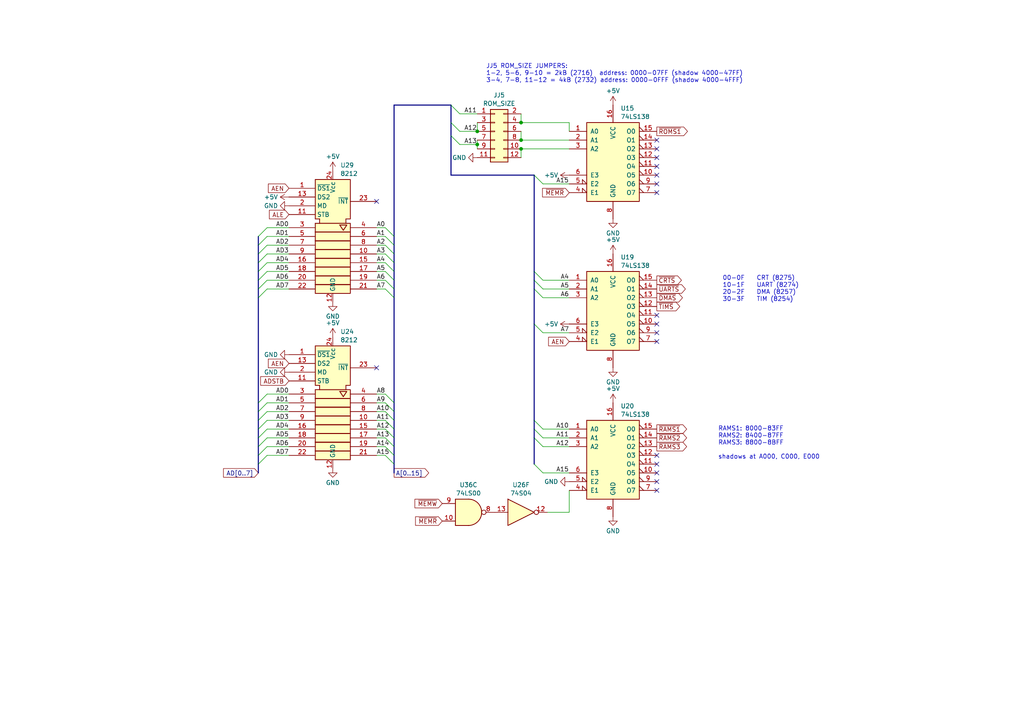
<source format=kicad_sch>
(kicad_sch (version 20230121) (generator eeschema)
  (paper "A4")
  (title_block (title "Iskra Delta Partner Video (text) 30 797 044") (date "2023-08-17") (rev "1") (company "Jernej Jakob <jernej.jakob@gmail.com>") (comment 1 "reverse engineered by hand"))
  (lib_symbols
    (symbol "74xx:74LS00" (pin_names (offset 1.016))
      (property "Reference" "U" (at 0 1.27 0))
      (property "Value" "74LS00" (at 0 -1.27 0))
      (symbol "74LS00_1_1"
        (arc (start 0 -3.81) (mid 3.7934 0) (end 0 3.81) (stroke (width 0.254)) (fill (type background)))
        (polyline (pts (xy 0 3.81) (xy -3.81 3.81) (xy -3.81 -3.81) (xy 0 -3.81)) (stroke (width 0.254)) (fill (type background)))
        (pin input line (at -7.62 2.54 0) (length 3.81) (name "~") (number "1"))
        (pin input line (at -7.62 -2.54 0) (length 3.81) (name "~") (number "2"))
        (pin output inverted (at 7.62 0 180) (length 3.81) (name "~") (number "3"))
      )
      (symbol "74LS00_1_2"
        (arc (start -3.81 -3.81) (mid -2.589 0) (end -3.81 3.81) (stroke (width 0.254)))
        (arc (start -0.6096 -3.81) (mid 2.1842 -2.5851) (end 3.81 0) (stroke (width 0.254)) (fill (type background)))
        (polyline (pts (xy -3.81 -3.81) (xy -0.635 -3.81)) (stroke (width 0.254)) (fill (type background)))
        (polyline (pts (xy -3.81 3.81) (xy -0.635 3.81)) (stroke (width 0.254)) (fill (type background)))
        (polyline (pts (xy -0.635 3.81) (xy -3.81 3.81) (xy -3.81 3.81) (xy -3.556 3.4036) (xy -3.0226 2.2606) (xy -2.6924 1.0414) (xy -2.6162 -0.254) (xy -2.7686 -1.4986) (xy -3.175 -2.7178) (xy -3.81 -3.81) (xy -3.81 -3.81) (xy -0.635 -3.81)) (stroke (width -25.4)) (fill (type background)))
        (arc (start 3.81 0) (mid 2.1915 2.5936) (end -0.6096 3.81) (stroke (width 0.254)) (fill (type background)))
        (pin input inverted (at -7.62 2.54 0) (length 4.318) (name "~") (number "1"))
        (pin input inverted (at -7.62 -2.54 0) (length 4.318) (name "~") (number "2"))
        (pin output line (at 7.62 0 180) (length 3.81) (name "~") (number "3"))
      )
      (symbol "74LS00_2_1"
        (arc (start 0 -3.81) (mid 3.7934 0) (end 0 3.81) (stroke (width 0.254)) (fill (type background)))
        (polyline (pts (xy 0 3.81) (xy -3.81 3.81) (xy -3.81 -3.81) (xy 0 -3.81)) (stroke (width 0.254)) (fill (type background)))
        (pin input line (at -7.62 2.54 0) (length 3.81) (name "~") (number "4"))
        (pin input line (at -7.62 -2.54 0) (length 3.81) (name "~") (number "5"))
        (pin output inverted (at 7.62 0 180) (length 3.81) (name "~") (number "6"))
      )
      (symbol "74LS00_2_2"
        (arc (start -3.81 -3.81) (mid -2.589 0) (end -3.81 3.81) (stroke (width 0.254)))
        (arc (start -0.6096 -3.81) (mid 2.1842 -2.5851) (end 3.81 0) (stroke (width 0.254)) (fill (type background)))
        (polyline (pts (xy -3.81 -3.81) (xy -0.635 -3.81)) (stroke (width 0.254)) (fill (type background)))
        (polyline (pts (xy -3.81 3.81) (xy -0.635 3.81)) (stroke (width 0.254)) (fill (type background)))
        (polyline (pts (xy -0.635 3.81) (xy -3.81 3.81) (xy -3.81 3.81) (xy -3.556 3.4036) (xy -3.0226 2.2606) (xy -2.6924 1.0414) (xy -2.6162 -0.254) (xy -2.7686 -1.4986) (xy -3.175 -2.7178) (xy -3.81 -3.81) (xy -3.81 -3.81) (xy -0.635 -3.81)) (stroke (width -25.4)) (fill (type background)))
        (arc (start 3.81 0) (mid 2.1915 2.5936) (end -0.6096 3.81) (stroke (width 0.254)) (fill (type background)))
        (pin input inverted (at -7.62 2.54 0) (length 4.318) (name "~") (number "4"))
        (pin input inverted (at -7.62 -2.54 0) (length 4.318) (name "~") (number "5"))
        (pin output line (at 7.62 0 180) (length 3.81) (name "~") (number "6"))
      )
      (symbol "74LS00_3_1"
        (arc (start 0 -3.81) (mid 3.7934 0) (end 0 3.81) (stroke (width 0.254)) (fill (type background)))
        (polyline (pts (xy 0 3.81) (xy -3.81 3.81) (xy -3.81 -3.81) (xy 0 -3.81)) (stroke (width 0.254)) (fill (type background)))
        (pin input line (at -7.62 -2.54 0) (length 3.81) (name "~") (number "10"))
        (pin output inverted (at 7.62 0 180) (length 3.81) (name "~") (number "8"))
        (pin input line (at -7.62 2.54 0) (length 3.81) (name "~") (number "9"))
      )
      (symbol "74LS00_3_2"
        (arc (start -3.81 -3.81) (mid -2.589 0) (end -3.81 3.81) (stroke (width 0.254)))
        (arc (start -0.6096 -3.81) (mid 2.1842 -2.5851) (end 3.81 0) (stroke (width 0.254)) (fill (type background)))
        (polyline (pts (xy -3.81 -3.81) (xy -0.635 -3.81)) (stroke (width 0.254)) (fill (type background)))
        (polyline (pts (xy -3.81 3.81) (xy -0.635 3.81)) (stroke (width 0.254)) (fill (type background)))
        (polyline (pts (xy -0.635 3.81) (xy -3.81 3.81) (xy -3.81 3.81) (xy -3.556 3.4036) (xy -3.0226 2.2606) (xy -2.6924 1.0414) (xy -2.6162 -0.254) (xy -2.7686 -1.4986) (xy -3.175 -2.7178) (xy -3.81 -3.81) (xy -3.81 -3.81) (xy -0.635 -3.81)) (stroke (width -25.4)) (fill (type background)))
        (arc (start 3.81 0) (mid 2.1915 2.5936) (end -0.6096 3.81) (stroke (width 0.254)) (fill (type background)))
        (pin input inverted (at -7.62 -2.54 0) (length 4.318) (name "~") (number "10"))
        (pin output line (at 7.62 0 180) (length 3.81) (name "~") (number "8"))
        (pin input inverted (at -7.62 2.54 0) (length 4.318) (name "~") (number "9"))
      )
      (symbol "74LS00_4_1"
        (arc (start 0 -3.81) (mid 3.7934 0) (end 0 3.81) (stroke (width 0.254)) (fill (type background)))
        (polyline (pts (xy 0 3.81) (xy -3.81 3.81) (xy -3.81 -3.81) (xy 0 -3.81)) (stroke (width 0.254)) (fill (type background)))
        (pin output inverted (at 7.62 0 180) (length 3.81) (name "~") (number "11"))
        (pin input line (at -7.62 2.54 0) (length 3.81) (name "~") (number "12"))
        (pin input line (at -7.62 -2.54 0) (length 3.81) (name "~") (number "13"))
      )
      (symbol "74LS00_4_2"
        (arc (start -3.81 -3.81) (mid -2.589 0) (end -3.81 3.81) (stroke (width 0.254)))
        (arc (start -0.6096 -3.81) (mid 2.1842 -2.5851) (end 3.81 0) (stroke (width 0.254)) (fill (type background)))
        (polyline (pts (xy -3.81 -3.81) (xy -0.635 -3.81)) (stroke (width 0.254)) (fill (type background)))
        (polyline (pts (xy -3.81 3.81) (xy -0.635 3.81)) (stroke (width 0.254)) (fill (type background)))
        (polyline (pts (xy -0.635 3.81) (xy -3.81 3.81) (xy -3.81 3.81) (xy -3.556 3.4036) (xy -3.0226 2.2606) (xy -2.6924 1.0414) (xy -2.6162 -0.254) (xy -2.7686 -1.4986) (xy -3.175 -2.7178) (xy -3.81 -3.81) (xy -3.81 -3.81) (xy -0.635 -3.81)) (stroke (width -25.4)) (fill (type background)))
        (arc (start 3.81 0) (mid 2.1915 2.5936) (end -0.6096 3.81) (stroke (width 0.254)) (fill (type background)))
        (pin output line (at 7.62 0 180) (length 3.81) (name "~") (number "11"))
        (pin input inverted (at -7.62 2.54 0) (length 4.318) (name "~") (number "12"))
        (pin input inverted (at -7.62 -2.54 0) (length 4.318) (name "~") (number "13"))
      )
      (symbol "74LS00_5_0"
        (pin power_in line (at 0 12.7 270) (length 5.08) (name "VCC") (number "14"))
        (pin power_in line (at 0 -12.7 90) (length 5.08) (name "GND") (number "7"))
      )
      (symbol "74LS00_5_1"
        (rectangle (start -5.08 7.62) (end 5.08 -7.62) (stroke (width 0.254)) (fill (type background)))
      )
    )
    (symbol "74xx:74LS04"
      (property "Reference" "U" (at 0 1.27 0))
      (property "Value" "74LS04" (at 0 -1.27 0))
      (symbol "74LS04_1_0"
        (polyline (pts (xy -3.81 3.81) (xy -3.81 -3.81) (xy 3.81 0) (xy -3.81 3.81)) (stroke (width 0.254)) (fill (type background)))
        (pin input line (at -7.62 0 0) (length 3.81) (name "~") (number "1"))
        (pin output inverted (at 7.62 0 180) (length 3.81) (name "~") (number "2"))
      )
      (symbol "74LS04_2_0"
        (polyline (pts (xy -3.81 3.81) (xy -3.81 -3.81) (xy 3.81 0) (xy -3.81 3.81)) (stroke (width 0.254)) (fill (type background)))
        (pin input line (at -7.62 0 0) (length 3.81) (name "~") (number "3"))
        (pin output inverted (at 7.62 0 180) (length 3.81) (name "~") (number "4"))
      )
      (symbol "74LS04_3_0"
        (polyline (pts (xy -3.81 3.81) (xy -3.81 -3.81) (xy 3.81 0) (xy -3.81 3.81)) (stroke (width 0.254)) (fill (type background)))
        (pin input line (at -7.62 0 0) (length 3.81) (name "~") (number "5"))
        (pin output inverted (at 7.62 0 180) (length 3.81) (name "~") (number "6"))
      )
      (symbol "74LS04_4_0"
        (polyline (pts (xy -3.81 3.81) (xy -3.81 -3.81) (xy 3.81 0) (xy -3.81 3.81)) (stroke (width 0.254)) (fill (type background)))
        (pin output inverted (at 7.62 0 180) (length 3.81) (name "~") (number "8"))
        (pin input line (at -7.62 0 0) (length 3.81) (name "~") (number "9"))
      )
      (symbol "74LS04_5_0"
        (polyline (pts (xy -3.81 3.81) (xy -3.81 -3.81) (xy 3.81 0) (xy -3.81 3.81)) (stroke (width 0.254)) (fill (type background)))
        (pin output inverted (at 7.62 0 180) (length 3.81) (name "~") (number "10"))
        (pin input line (at -7.62 0 0) (length 3.81) (name "~") (number "11"))
      )
      (symbol "74LS04_6_0"
        (polyline (pts (xy -3.81 3.81) (xy -3.81 -3.81) (xy 3.81 0) (xy -3.81 3.81)) (stroke (width 0.254)) (fill (type background)))
        (pin output inverted (at 7.62 0 180) (length 3.81) (name "~") (number "12"))
        (pin input line (at -7.62 0 0) (length 3.81) (name "~") (number "13"))
      )
      (symbol "74LS04_7_0"
        (pin power_in line (at 0 12.7 270) (length 5.08) (name "VCC") (number "14"))
        (pin power_in line (at 0 -12.7 90) (length 5.08) (name "GND") (number "7"))
      )
      (symbol "74LS04_7_1"
        (rectangle (start -5.08 7.62) (end 5.08 -7.62) (stroke (width 0.254)) (fill (type background)))
      )
    )
    (symbol "74xx:74LS138" (pin_names (offset 1.016))
      (property "Reference" "U" (at -7.62 11.43 0))
      (property "Value" "74LS138" (at -7.62 -13.97 0))
      (symbol "74LS138_1_0"
        (pin input line (at -12.7 7.62 0) (length 5.08) (name "A0") (number "1"))
        (pin output output_low (at 12.7 -5.08 180) (length 5.08) (name "O5") (number "10"))
        (pin output output_low (at 12.7 -2.54 180) (length 5.08) (name "O4") (number "11"))
        (pin output output_low (at 12.7 0 180) (length 5.08) (name "O3") (number "12"))
        (pin output output_low (at 12.7 2.54 180) (length 5.08) (name "O2") (number "13"))
        (pin output output_low (at 12.7 5.08 180) (length 5.08) (name "O1") (number "14"))
        (pin output output_low (at 12.7 7.62 180) (length 5.08) (name "O0") (number "15"))
        (pin power_in line (at 0 15.24 270) (length 5.08) (name "VCC") (number "16"))
        (pin input line (at -12.7 5.08 0) (length 5.08) (name "A1") (number "2"))
        (pin input line (at -12.7 2.54 0) (length 5.08) (name "A2") (number "3"))
        (pin input input_low (at -12.7 -10.16 0) (length 5.08) (name "E1") (number "4"))
        (pin input input_low (at -12.7 -7.62 0) (length 5.08) (name "E2") (number "5"))
        (pin input line (at -12.7 -5.08 0) (length 5.08) (name "E3") (number "6"))
        (pin output output_low (at 12.7 -10.16 180) (length 5.08) (name "O7") (number "7"))
        (pin power_in line (at 0 -17.78 90) (length 5.08) (name "GND") (number "8"))
        (pin output output_low (at 12.7 -7.62 180) (length 5.08) (name "O6") (number "9"))
      )
      (symbol "74LS138_1_1"
        (rectangle (start -7.62 10.16) (end 7.62 -12.7) (stroke (width 0.254)) (fill (type background)))
      )
    )
    (symbol "8085:8212"
      (property "Reference" "U" (at 6.35 19.05 0))
      (property "Value" "8212" (at 8.89 -16.51 0))
      (symbol "8212_0_1"
        (rectangle (start -5.08 -12.7) (end 5.08 -15.24) (stroke (width 0.254)) (fill (type background)))
        (rectangle (start -5.08 -10.16) (end 5.08 -12.7) (stroke (width 0.254)) (fill (type background)))
        (rectangle (start -5.08 -7.62) (end 5.08 -10.16) (stroke (width 0.254)) (fill (type background)))
        (rectangle (start -5.08 -5.08) (end 5.08 -7.62) (stroke (width 0.254)) (fill (type background)))
        (rectangle (start -5.08 -2.54) (end 5.08 -5.08) (stroke (width 0.254)) (fill (type background)))
        (rectangle (start -5.08 0) (end 5.08 -2.54) (stroke (width 0.254)) (fill (type background)))
        (rectangle (start -5.08 2.54) (end 5.08 0) (stroke (width 0.254)) (fill (type background)))
        (rectangle (start -5.08 5.08) (end 5.08 2.54) (stroke (width 0.254)) (fill (type background)))
        (polyline (pts (xy 2.032 4.572) (xy 4.064 4.572) (xy 3.048 3.048) (xy 2.032 4.572) (xy 2.032 4.572)) (stroke (width 0.254)) (fill (type background)))
        (polyline (pts (xy -3.81 5.08) (xy -3.81 6.35) (xy -5.08 6.35) (xy -5.08 17.78) (xy 5.08 17.78) (xy 5.08 6.35) (xy 3.81 6.35) (xy 3.81 5.08) (xy 3.81 5.08)) (stroke (width 0.254)) (fill (type background)))
      )
      (symbol "8212_1_0"
        (pin input line (at -12.7 15.24 0) (length 7.62) (name "~{DS1}") (number "1"))
        (pin tri_state line (at 12.7 -3.81 180) (length 7.62) (name "~") (number "10"))
        (pin input line (at -12.7 7.62 0) (length 7.62) (name "STB") (number "11"))
        (pin power_in line (at 0 -17.78 90) (length 2.54) (name "GND") (number "12"))
        (pin input line (at -12.7 12.7 0) (length 7.62) (name "DS2") (number "13"))
        (pin tri_state line (at 12.7 -6.35 180) (length 7.62) (name "~") (number "15"))
        (pin input line (at -12.7 -6.35 0) (length 7.62) (name "~") (number "16"))
        (pin tri_state line (at 12.7 -8.89 180) (length 7.62) (name "~") (number "17"))
        (pin input line (at -12.7 -8.89 0) (length 7.62) (name "~") (number "18"))
        (pin tri_state line (at 12.7 -11.43 180) (length 7.62) (name "~") (number "19"))
        (pin input line (at -12.7 10.16 0) (length 7.62) (name "MD") (number "2"))
        (pin input line (at -12.7 -11.43 0) (length 7.62) (name "~") (number "20"))
        (pin tri_state line (at 12.7 -13.97 180) (length 7.62) (name "~") (number "21"))
        (pin input line (at -12.7 -13.97 0) (length 7.62) (name "~") (number "22"))
        (pin output line (at 12.7 11.43 180) (length 7.62) (name "~{INT}") (number "23"))
        (pin power_in line (at 0 20.32 270) (length 2.54) (name "Vcc") (number "24"))
        (pin input line (at -12.7 3.81 0) (length 7.62) (name "~") (number "3"))
        (pin tri_state line (at 12.7 3.81 180) (length 7.62) (name "~") (number "4"))
        (pin input line (at -12.7 1.27 0) (length 7.62) (name "~") (number "5"))
        (pin tri_state line (at 12.7 1.27 180) (length 7.62) (name "~") (number "6"))
        (pin input line (at -12.7 -1.27 0) (length 7.62) (name "~") (number "7"))
        (pin tri_state line (at 12.7 -1.27 180) (length 7.62) (name "~") (number "8"))
        (pin input line (at -12.7 -3.81 0) (length 7.62) (name "~") (number "9"))
      )
    )
    (symbol "8212_1"
      (property "Reference" "U" (at 6.35 19.05 0))
      (property "Value" "8212" (at 8.89 -16.51 0))
      (symbol "8212_1_0_1"
        (rectangle (start -5.08 -12.7) (end 5.08 -15.24) (stroke (width 0.254)) (fill (type background)))
        (rectangle (start -5.08 -10.16) (end 5.08 -12.7) (stroke (width 0.254)) (fill (type background)))
        (rectangle (start -5.08 -7.62) (end 5.08 -10.16) (stroke (width 0.254)) (fill (type background)))
        (rectangle (start -5.08 -5.08) (end 5.08 -7.62) (stroke (width 0.254)) (fill (type background)))
        (rectangle (start -5.08 -2.54) (end 5.08 -5.08) (stroke (width 0.254)) (fill (type background)))
        (rectangle (start -5.08 0) (end 5.08 -2.54) (stroke (width 0.254)) (fill (type background)))
        (rectangle (start -5.08 2.54) (end 5.08 0) (stroke (width 0.254)) (fill (type background)))
        (rectangle (start -5.08 5.08) (end 5.08 2.54) (stroke (width 0.254)) (fill (type background)))
        (polyline (pts (xy 2.032 4.572) (xy 4.064 4.572) (xy 3.048 3.048) (xy 2.032 4.572) (xy 2.032 4.572)) (stroke (width 0.254)) (fill (type background)))
        (polyline (pts (xy -3.81 5.08) (xy -3.81 6.35) (xy -5.08 6.35) (xy -5.08 17.78) (xy 5.08 17.78) (xy 5.08 6.35) (xy 3.81 6.35) (xy 3.81 5.08) (xy 3.81 5.08)) (stroke (width 0.254)) (fill (type background)))
      )
      (symbol "8212_1_1_0"
        (pin input line (at -12.7 15.24 0) (length 7.62) (name "~{DS1}") (number "1"))
        (pin tri_state line (at 12.7 -3.81 180) (length 7.62) (name "~") (number "10"))
        (pin input line (at -12.7 7.62 0) (length 7.62) (name "STB") (number "11"))
        (pin power_in line (at 0 -17.78 90) (length 2.54) (name "GND") (number "12"))
        (pin input line (at -12.7 12.7 0) (length 7.62) (name "DS2") (number "13"))
        (pin tri_state line (at 12.7 -6.35 180) (length 7.62) (name "~") (number "15"))
        (pin input line (at -12.7 -6.35 0) (length 7.62) (name "~") (number "16"))
        (pin tri_state line (at 12.7 -8.89 180) (length 7.62) (name "~") (number "17"))
        (pin input line (at -12.7 -8.89 0) (length 7.62) (name "~") (number "18"))
        (pin tri_state line (at 12.7 -11.43 180) (length 7.62) (name "~") (number "19"))
        (pin input line (at -12.7 10.16 0) (length 7.62) (name "MD") (number "2"))
        (pin input line (at -12.7 -11.43 0) (length 7.62) (name "~") (number "20"))
        (pin tri_state line (at 12.7 -13.97 180) (length 7.62) (name "~") (number "21"))
        (pin input line (at -12.7 -13.97 0) (length 7.62) (name "~") (number "22"))
        (pin output line (at 12.7 11.43 180) (length 7.62) (name "~{INT}") (number "23"))
        (pin power_in line (at 0 20.32 270) (length 2.54) (name "Vcc") (number "24"))
        (pin input line (at -12.7 3.81 0) (length 7.62) (name "~") (number "3"))
        (pin tri_state line (at 12.7 3.81 180) (length 7.62) (name "~") (number "4"))
        (pin input line (at -12.7 1.27 0) (length 7.62) (name "~") (number "5"))
        (pin tri_state line (at 12.7 1.27 180) (length 7.62) (name "~") (number "6"))
        (pin input line (at -12.7 -1.27 0) (length 7.62) (name "~") (number "7"))
        (pin tri_state line (at 12.7 -1.27 180) (length 7.62) (name "~") (number "8"))
        (pin input line (at -12.7 -3.81 0) (length 7.62) (name "~") (number "9"))
      )
    )
    (symbol "Connector_Generic:Conn_02x06_Odd_Even" (pin_names (offset 1.016) hide)
      (property "Reference" "J" (at 1.27 7.62 0))
      (property "Value" "Conn_02x06_Odd_Even" (at 1.27 -10.16 0))
      (symbol "Conn_02x06_Odd_Even_1_1"
        (rectangle (start -1.27 -7.493) (end 0 -7.747) (stroke (width 0.1524)))
        (rectangle (start -1.27 -4.953) (end 0 -5.207) (stroke (width 0.1524)))
        (rectangle (start -1.27 -2.413) (end 0 -2.667) (stroke (width 0.1524)))
        (rectangle (start -1.27 0.127) (end 0 -0.127) (stroke (width 0.1524)))
        (rectangle (start -1.27 2.667) (end 0 2.413) (stroke (width 0.1524)))
        (rectangle (start -1.27 5.207) (end 0 4.953) (stroke (width 0.1524)))
        (rectangle (start -1.27 6.35) (end 3.81 -8.89) (stroke (width 0.254)) (fill (type background)))
        (rectangle (start 3.81 -7.493) (end 2.54 -7.747) (stroke (width 0.1524)))
        (rectangle (start 3.81 -4.953) (end 2.54 -5.207) (stroke (width 0.1524)))
        (rectangle (start 3.81 -2.413) (end 2.54 -2.667) (stroke (width 0.1524)))
        (rectangle (start 3.81 0.127) (end 2.54 -0.127) (stroke (width 0.1524)))
        (rectangle (start 3.81 2.667) (end 2.54 2.413) (stroke (width 0.1524)))
        (rectangle (start 3.81 5.207) (end 2.54 4.953) (stroke (width 0.1524)))
        (pin passive line (at -5.08 5.08 0) (length 3.81) (name "Pin_1") (number "1"))
        (pin passive line (at 7.62 -5.08 180) (length 3.81) (name "Pin_10") (number "10"))
        (pin passive line (at -5.08 -7.62 0) (length 3.81) (name "Pin_11") (number "11"))
        (pin passive line (at 7.62 -7.62 180) (length 3.81) (name "Pin_12") (number "12"))
        (pin passive line (at 7.62 5.08 180) (length 3.81) (name "Pin_2") (number "2"))
        (pin passive line (at -5.08 2.54 0) (length 3.81) (name "Pin_3") (number "3"))
        (pin passive line (at 7.62 2.54 180) (length 3.81) (name "Pin_4") (number "4"))
        (pin passive line (at -5.08 0 0) (length 3.81) (name "Pin_5") (number "5"))
        (pin passive line (at 7.62 0 180) (length 3.81) (name "Pin_6") (number "6"))
        (pin passive line (at -5.08 -2.54 0) (length 3.81) (name "Pin_7") (number "7"))
        (pin passive line (at 7.62 -2.54 180) (length 3.81) (name "Pin_8") (number "8"))
        (pin passive line (at -5.08 -5.08 0) (length 3.81) (name "Pin_9") (number "9"))
      )
    )
    (symbol "power:+5V" (power) (pin_names (offset 0))
      (property "Value" "+5V" (at 0 3.556 0))
      (symbol "+5V_0_1"
        (polyline (pts (xy -0.762 1.27) (xy 0 2.54)))
        (polyline (pts (xy 0 0) (xy 0 2.54)))
        (polyline (pts (xy 0 2.54) (xy 0.762 1.27)))
      )
      (symbol "+5V_1_1"
        (pin power_in line (at 0 0 90) (length 0) hide (name "+5V") (number "1"))
      )
    )
    (symbol "power:GND" (power) (pin_names (offset 0))
      (property "Value" "GND" (at 0 -3.81 0))
      (symbol "GND_0_1"
        (polyline (pts (xy 0 0) (xy 0 -1.27) (xy 1.27 -1.27) (xy 0 -2.54) (xy -1.27 -1.27) (xy 0 -1.27)))
      )
      (symbol "GND_1_1"
        (pin power_in line (at 0 0 270) (length 0) hide (name "GND") (number "1"))
      )
    )
  )
  (junction (at 151.13 43.18))
  (junction (at 138.43 38.1))
  (junction (at 151.13 40.64))
  (junction (at 138.43 41.91))
  (junction (at 151.13 35.56))
  (no_connect (at 109.22 58.42))
  (no_connect (at 190.5 93.98))
  (no_connect (at 190.5 91.44))
  (no_connect (at 190.5 55.88))
  (no_connect (at 190.5 40.64))
  (no_connect (at 190.5 137.16))
  (no_connect (at 190.5 53.34))
  (no_connect (at 190.5 132.08))
  (no_connect (at 190.5 99.06))
  (no_connect (at 190.5 139.7))
  (no_connect (at 190.5 96.52))
  (no_connect (at 190.5 50.8))
  (no_connect (at 190.5 134.62))
  (no_connect (at 190.5 48.26))
  (no_connect (at 190.5 43.18))
  (no_connect (at 190.5 142.24))
  (no_connect (at 109.22 106.68))
  (no_connect (at 190.5 45.72))
  (bus_entry (at 154.94 78.74) (size 2.54 2.54))
  (bus_entry (at 77.47 71.12) (size -2.54 2.54))
  (bus_entry (at 111.76 124.46) (size 2.54 2.54))
  (bus_entry (at 111.76 66.04) (size 2.54 2.54))
  (bus_entry (at 77.47 132.08) (size -2.54 2.54))
  (bus_entry (at 77.47 76.2) (size -2.54 2.54))
  (bus_entry (at 77.47 73.66) (size -2.54 2.54))
  (bus_entry (at 77.47 121.92) (size -2.54 2.54))
  (bus_entry (at 77.47 81.28) (size -2.54 2.54))
  (bus_entry (at 77.47 83.82) (size -2.54 2.54))
  (bus_entry (at 77.47 127) (size -2.54 2.54))
  (bus_entry (at 154.94 121.92) (size 2.54 2.54))
  (bus_entry (at 77.47 119.38) (size -2.54 2.54))
  (bus_entry (at 111.76 71.12) (size 2.54 2.54))
  (bus_entry (at 111.76 116.84) (size 2.54 2.54))
  (bus_entry (at 111.76 76.2) (size 2.54 2.54))
  (bus_entry (at 77.47 68.58) (size -2.54 2.54))
  (bus_entry (at 111.76 114.3) (size 2.54 2.54))
  (bus_entry (at 77.47 66.04) (size -2.54 2.54))
  (bus_entry (at 111.76 127) (size 2.54 2.54))
  (bus_entry (at 77.47 116.84) (size -2.54 2.54))
  (bus_entry (at 130.81 39.37) (size 2.54 2.54))
  (bus_entry (at 154.94 81.28) (size 2.54 2.54))
  (bus_entry (at 111.76 78.74) (size 2.54 2.54))
  (bus_entry (at 154.94 93.98) (size 2.54 2.54))
  (bus_entry (at 77.47 129.54) (size -2.54 2.54))
  (bus_entry (at 111.76 121.92) (size 2.54 2.54))
  (bus_entry (at 130.81 35.56) (size 2.54 2.54))
  (bus_entry (at 111.76 119.38) (size 2.54 2.54))
  (bus_entry (at 154.94 127) (size 2.54 2.54))
  (bus_entry (at 154.94 83.82) (size 2.54 2.54))
  (bus_entry (at 154.94 50.8) (size 2.54 2.54))
  (bus_entry (at 111.76 73.66) (size 2.54 2.54))
  (bus_entry (at 111.76 68.58) (size 2.54 2.54))
  (bus_entry (at 111.76 83.82) (size 2.54 2.54))
  (bus_entry (at 154.94 124.46) (size 2.54 2.54))
  (bus_entry (at 111.76 132.08) (size 2.54 2.54))
  (bus_entry (at 77.47 114.3) (size -2.54 2.54))
  (bus_entry (at 130.81 30.48) (size 2.54 2.54))
  (bus_entry (at 77.47 124.46) (size -2.54 2.54))
  (bus_entry (at 111.76 81.28) (size 2.54 2.54))
  (bus_entry (at 154.94 134.62) (size 2.54 2.54))
  (bus_entry (at 111.76 129.54) (size 2.54 2.54))
  (bus_entry (at 77.47 78.74) (size -2.54 2.54))
  (bus (pts (xy 114.3 124.46) (xy 114.3 127)))
  (bus (pts (xy 74.93 124.46) (xy 74.93 127)))
  (wire (pts (xy 109.22 116.84) (xy 111.76 116.84)))
  (wire (pts (xy 151.13 33.02) (xy 151.13 35.56)))
  (bus (pts (xy 154.94 124.46) (xy 154.94 127)))
  (wire (pts (xy 109.22 76.2) (xy 111.76 76.2)))
  (wire (pts (xy 77.47 121.92) (xy 83.82 121.92)))
  (wire (pts (xy 109.22 132.08) (xy 111.76 132.08)))
  (wire (pts (xy 165.1 35.56) (xy 165.1 38.1)))
  (wire (pts (xy 133.35 33.02) (xy 138.43 33.02)))
  (bus (pts (xy 154.94 127) (xy 154.94 134.62)))
  (wire (pts (xy 77.47 68.58) (xy 83.82 68.58)))
  (wire (pts (xy 77.47 129.54) (xy 83.82 129.54)))
  (bus (pts (xy 74.93 86.36) (xy 74.93 116.84)))
  (wire (pts (xy 109.22 71.12) (xy 111.76 71.12)))
  (bus (pts (xy 74.93 73.66) (xy 74.93 76.2)))
  (wire (pts (xy 157.48 53.34) (xy 165.1 53.34)))
  (wire (pts (xy 77.47 78.74) (xy 83.82 78.74)))
  (wire (pts (xy 133.35 41.91) (xy 138.43 41.91)))
  (wire (pts (xy 109.22 73.66) (xy 111.76 73.66)))
  (bus (pts (xy 114.3 132.08) (xy 114.3 134.62)))
  (wire (pts (xy 151.13 38.1) (xy 151.13 40.64)))
  (wire (pts (xy 109.22 124.46) (xy 111.76 124.46)))
  (bus (pts (xy 154.94 83.82) (xy 154.94 93.98)))
  (wire (pts (xy 77.47 73.66) (xy 83.82 73.66)))
  (bus (pts (xy 154.94 121.92) (xy 154.94 124.46)))
  (wire (pts (xy 77.47 71.12) (xy 83.82 71.12)))
  (bus (pts (xy 114.3 68.58) (xy 114.3 30.48)))
  (wire (pts (xy 157.48 127) (xy 165.1 127)))
  (bus (pts (xy 74.93 76.2) (xy 74.93 78.74)))
  (wire (pts (xy 109.22 83.82) (xy 111.76 83.82)))
  (wire (pts (xy 151.13 40.64) (xy 165.1 40.64)))
  (bus (pts (xy 74.93 132.08) (xy 74.93 134.62)))
  (wire (pts (xy 77.47 119.38) (xy 83.82 119.38)))
  (wire (pts (xy 77.47 127) (xy 83.82 127)))
  (wire (pts (xy 77.47 76.2) (xy 83.82 76.2)))
  (wire (pts (xy 133.35 38.1) (xy 138.43 38.1)))
  (bus (pts (xy 114.3 71.12) (xy 114.3 73.66)))
  (bus (pts (xy 74.93 119.38) (xy 74.93 121.92)))
  (wire (pts (xy 157.48 137.16) (xy 165.1 137.16)))
  (bus (pts (xy 74.93 129.54) (xy 74.93 132.08)))
  (bus (pts (xy 74.93 71.12) (xy 74.93 73.66)))
  (wire (pts (xy 157.48 124.46) (xy 165.1 124.46)))
  (wire (pts (xy 109.22 127) (xy 111.76 127)))
  (bus (pts (xy 74.93 83.82) (xy 74.93 86.36)))
  (wire (pts (xy 157.48 83.82) (xy 165.1 83.82)))
  (bus (pts (xy 114.3 78.74) (xy 114.3 81.28)))
  (wire (pts (xy 151.13 43.18) (xy 151.13 45.72)))
  (bus (pts (xy 114.3 86.36) (xy 114.3 116.84)))
  (bus (pts (xy 114.3 83.82) (xy 114.3 86.36)))
  (bus (pts (xy 114.3 119.38) (xy 114.3 121.92)))
  (wire (pts (xy 77.47 114.3) (xy 83.82 114.3)))
  (wire (pts (xy 109.22 66.04) (xy 111.76 66.04)))
  (wire (pts (xy 77.47 81.28) (xy 83.82 81.28)))
  (wire (pts (xy 158.75 148.59) (xy 165.1 148.59)))
  (bus (pts (xy 130.81 50.8) (xy 154.94 50.8)))
  (bus (pts (xy 154.94 81.28) (xy 154.94 83.82)))
  (bus (pts (xy 74.93 78.74) (xy 74.93 81.28)))
  (wire (pts (xy 157.48 81.28) (xy 165.1 81.28)))
  (wire (pts (xy 77.47 116.84) (xy 83.82 116.84)))
  (bus (pts (xy 74.93 121.92) (xy 74.93 124.46)))
  (bus (pts (xy 74.93 81.28) (xy 74.93 83.82)))
  (bus (pts (xy 114.3 127) (xy 114.3 129.54)))
  (wire (pts (xy 138.43 35.56) (xy 138.43 38.1)))
  (wire (pts (xy 109.22 121.92) (xy 111.76 121.92)))
  (bus (pts (xy 74.93 127) (xy 74.93 129.54)))
  (bus (pts (xy 154.94 93.98) (xy 154.94 121.92)))
  (wire (pts (xy 77.47 66.04) (xy 83.82 66.04)))
  (bus (pts (xy 130.81 30.48) (xy 130.81 35.56)))
  (wire (pts (xy 151.13 35.56) (xy 165.1 35.56)))
  (bus (pts (xy 114.3 76.2) (xy 114.3 78.74)))
  (bus (pts (xy 114.3 68.58) (xy 114.3 71.12)))
  (wire (pts (xy 109.22 129.54) (xy 111.76 129.54)))
  (wire (pts (xy 138.43 40.64) (xy 138.43 41.91)))
  (bus (pts (xy 154.94 50.8) (xy 154.94 78.74)))
  (bus (pts (xy 74.93 68.58) (xy 74.93 71.12)))
  (bus (pts (xy 74.93 134.62) (xy 74.93 137.16)))
  (bus (pts (xy 114.3 129.54) (xy 114.3 132.08)))
  (bus (pts (xy 130.81 35.56) (xy 130.81 39.37)))
  (bus (pts (xy 130.81 39.37) (xy 130.81 50.8)))
  (bus (pts (xy 114.3 81.28) (xy 114.3 83.82)))
  (bus (pts (xy 114.3 121.92) (xy 114.3 124.46)))
  (wire (pts (xy 157.48 96.52) (xy 165.1 96.52)))
  (wire (pts (xy 77.47 124.46) (xy 83.82 124.46)))
  (wire (pts (xy 77.47 83.82) (xy 83.82 83.82)))
  (wire (pts (xy 109.22 78.74) (xy 111.76 78.74)))
  (wire (pts (xy 109.22 119.38) (xy 111.76 119.38)))
  (bus (pts (xy 114.3 30.48) (xy 130.81 30.48)))
  (bus (pts (xy 74.93 116.84) (xy 74.93 119.38)))
  (bus (pts (xy 114.3 116.84) (xy 114.3 119.38)))
  (wire (pts (xy 109.22 81.28) (xy 111.76 81.28)))
  (wire (pts (xy 157.48 129.54) (xy 165.1 129.54)))
  (wire (pts (xy 77.47 132.08) (xy 83.82 132.08)))
  (wire (pts (xy 109.22 68.58) (xy 111.76 68.58)))
  (bus (pts (xy 114.3 134.62) (xy 114.3 137.16)))
  (wire (pts (xy 157.48 86.36) (xy 165.1 86.36)))
  (wire (pts (xy 138.43 41.91) (xy 138.43 43.18)))
  (wire (pts (xy 109.22 114.3) (xy 111.76 114.3)))
  (wire (pts (xy 165.1 148.59) (xy 165.1 142.24)))
  (wire (pts (xy 151.13 43.18) (xy 165.1 43.18)))
  (bus (pts (xy 154.94 78.74) (xy 154.94 81.28)))
  (bus (pts (xy 114.3 73.66) (xy 114.3 76.2)))
  (text "RAMS1: 8000-83FF\nRAMS2: 8400-87FF\nRAMS3: 8800-8BFF\n\nshadows at A000, C000, E000" (at 208.28 133.35 0) (effects (font (size 1.27 1.27)) (justify left bottom)))
  (text "00-0F	CRT (8275)\n10-1F	UART (8274)\n20-2F	DMA (8257)\n30-3F	TIM (8254)" (at 209.55 87.63 0) (effects (font (size 1.27 1.27)) (justify left bottom)))
  (text "JJ5 ROM_SIZE JUMPERS:\n1-2, 5-6, 9-10 = 2kB (2716)  address: 0000-07FF (shadow 4000-47FF)\n3-4, 7-8, 11-12 = 4kB (2732) address: 0000-0FFF (shadow 4000-4FFF)" (at 140.97 24.13 0) (effects (font (size 1.27 1.27)) (justify left bottom)))
  (label "AD7" (at 80.01 132.08 0))
  (label "AD5" (at 80.01 78.74 0))
  (label "A14" (at 109.22 129.54 0))
  (label "A8" (at 109.22 114.3 0))
  (label "A15" (at 161.29 53.34 0))
  (label "A5" (at 162.56 83.82 0))
  (label "AD0" (at 80.01 114.3 0))
  (label "A11" (at 109.22 121.92 0))
  (label "AD3" (at 80.01 73.66 0))
  (label "A9" (at 109.22 116.84 0))
  (label "AD6" (at 80.01 129.54 0))
  (label "A13" (at 134.62 41.91 0))
  (label "A11" (at 161.29 127 0))
  (label "A15" (at 109.22 132.08 0))
  (label "A6" (at 162.56 86.36 0))
  (label "A0" (at 109.22 66.04 0))
  (label "AD4" (at 80.01 124.46 0))
  (label "A4" (at 109.22 76.2 0))
  (label "AD2" (at 80.01 71.12 0))
  (label "A2" (at 109.22 71.12 0))
  (label "A3" (at 109.22 73.66 0))
  (label "A5" (at 109.22 78.74 0))
  (label "A15" (at 161.29 137.16 0))
  (label "AD2" (at 80.01 119.38 0))
  (label "A10" (at 161.29 124.46 0))
  (label "A7" (at 162.56 96.52 0))
  (label "AD4" (at 80.01 76.2 0))
  (label "AD7" (at 80.01 83.82 0))
  (label "AD1" (at 80.01 116.84 0))
  (label "AD5" (at 80.01 127 0))
  (label "AD0" (at 80.01 66.04 0))
  (label "A6" (at 109.22 81.28 0))
  (label "A10" (at 109.22 119.38 0))
  (label "A4" (at 162.56 81.28 0))
  (label "A1" (at 109.22 68.58 0))
  (label "A11" (at 134.62 33.02 0))
  (label "AD3" (at 80.01 121.92 0))
  (label "A12" (at 134.62 38.1 0))
  (label "A12" (at 109.22 124.46 0))
  (label "A7" (at 109.22 83.82 0))
  (label "AD6" (at 80.01 81.28 0))
  (label "A13" (at 109.22 127 0))
  (label "A12" (at 161.29 129.54 0))
  (label "AD1" (at 80.01 68.58 0))
  (global_label "~{MEMR}" (shape input) (at 165.1 55.88 180) (property "Intersheetrefs" "${INTERSHEET_REFS}" (effects hide)))
  (global_label "~{MEMR}" (shape input) (at 128.27 151.13 180) (property "Intersheetrefs" "${INTERSHEET_REFS}" (effects hide)))
  (global_label "~{CRTS}" (shape output) (at 190.5 81.28 0) (property "Intersheetrefs" "${INTERSHEET_REFS}" (effects hide)))
  (global_label "AEN" (shape input) (at 83.82 105.41 180) (property "Intersheetrefs" "${INTERSHEET_REFS}" (effects hide)))
  (global_label "~{UARTS}" (shape output) (at 190.5 83.82 0) (property "Intersheetrefs" "${INTERSHEET_REFS}" (effects hide)))
  (global_label "~{ROMS1}" (shape output) (at 190.5 38.1 0) (property "Intersheetrefs" "${INTERSHEET_REFS}" (effects hide)))
  (global_label "~{MEMW}" (shape input) (at 128.27 146.05 180) (property "Intersheetrefs" "${INTERSHEET_REFS}" (effects hide)))
  (global_label "~{RAMS2}" (shape output) (at 190.5 127 0) (property "Intersheetrefs" "${INTERSHEET_REFS}" (effects hide)))
  (global_label "~{RAMS3}" (shape output) (at 190.5 129.54 0) (property "Intersheetrefs" "${INTERSHEET_REFS}" (effects hide)))
  (global_label "ADSTB" (shape input) (at 83.82 110.49 180) (property "Intersheetrefs" "${INTERSHEET_REFS}" (effects hide)))
  (global_label "AEN" (shape input) (at 165.1 99.06 180) (property "Intersheetrefs" "${INTERSHEET_REFS}" (effects hide)))
  (global_label "~{RAMS1}" (shape output) (at 190.5 124.46 0) (property "Intersheetrefs" "${INTERSHEET_REFS}" (effects hide)))
  (global_label "~{DMAS}" (shape output) (at 190.5 86.36 0) (property "Intersheetrefs" "${INTERSHEET_REFS}" (effects hide)))
  (global_label "ALE" (shape input) (at 83.82 62.23 180) (property "Intersheetrefs" "${INTERSHEET_REFS}" (effects hide)))
  (global_label "A[0..15]" (shape output) (at 114.3 137.16 0) (property "Intersheetrefs" "${INTERSHEET_REFS}" (effects hide)))
  (global_label "AD[0..7]" (shape input) (at 74.93 137.16 180) (property "Intersheetrefs" "${INTERSHEET_REFS}" (effects hide)))
  (global_label "AEN" (shape input) (at 83.82 54.61 180) (property "Intersheetrefs" "${INTERSHEET_REFS}" (effects hide)))
  (global_label "~{TIMS}" (shape output) (at 190.5 88.9 0) (property "Intersheetrefs" "${INTERSHEET_REFS}" (effects hide)))
  (symbol (lib_id "74xx:74LS00") (at 135.89 148.59 0) (unit 3)
    (property "Reference" "U36" (at 135.8817 140.6357 0))
    (property "Value" "74LS00" (at 135.8817 143.0599 0))
    (property "Datasheet" "http://www.ti.com/lit/gpn/sn74ls00" (effects hide))
  )
  (symbol (lib_id "74xx:74LS04") (at 151.13 148.59 0) (unit 6)
    (property "Reference" "U26" (at 151.13 140.6357 0))
    (property "Value" "74S04" (at 151.13 143.0599 0))
  )
  (symbol (lib_id "power:+5V") (at 96.52 97.79 0) (unit 1)
    (property "Reference" "#PWR029" (effects hide))
    (property "Value" "+5V" (at 96.52 93.6569 0))
  )
  (symbol (lib_id "power:+5V") (at 83.82 57.15 90) (unit 1)
    (property "Reference" "#PWR024" (effects hide))
    (property "Value" "+5V" (at 80.6451 57.15 90) (effects (justify left)))
  )
  (symbol (lib_id "8085:8212") (at 96.52 118.11 0) (unit 1)
    (property "Reference" "U24" (at 98.7141 96.1857 0) (effects (justify left)))
    (property "Value" "8212" (at 98.7141 98.6099 0) (effects (justify left)))
  )
  (symbol (lib_name "8212_1") (lib_id "8085:8212") (at 96.52 69.85 0) (unit 1)
    (property "Reference" "U29" (at 98.7141 47.9257 0) (effects (justify left)))
    (property "Value" "8212" (at 98.7141 50.3499 0) (effects (justify left)))
  )
  (symbol (lib_id "power:GND") (at 83.82 102.87 270) (unit 1)
    (property "Reference" "#PWR027" (effects hide))
    (property "Value" "GND" (at 80.6451 102.87 90) (effects (justify right)))
  )
  (symbol (lib_id "power:+5V") (at 177.8 30.48 0) (unit 1)
    (property "Reference" "#PWR036" (effects hide))
    (property "Value" "+5V" (at 177.8 26.3469 0))
  )
  (symbol (lib_id "power:GND") (at 96.52 87.63 0) (unit 1)
    (property "Reference" "#PWR026" (effects hide))
    (property "Value" "GND" (at 96.52 91.7631 0))
  )
  (symbol (lib_id "74xx:74LS138") (at 177.8 88.9 0) (unit 1)
    (property "Reference" "U19" (at 179.9941 74.5957 0) (effects (justify left)))
    (property "Value" "74LS138" (at 179.9941 77.0199 0) (effects (justify left)))
    (property "Datasheet" "http://www.ti.com/lit/gpn/sn74LS138" (effects hide))
  )
  (symbol (lib_id "74xx:74LS138") (at 177.8 45.72 0) (unit 1)
    (property "Reference" "U15" (at 179.9941 31.4157 0) (effects (justify left)))
    (property "Value" "74LS138" (at 179.9941 33.8399 0) (effects (justify left)))
    (property "Datasheet" "http://www.ti.com/lit/gpn/sn74LS138" (effects hide))
  )
  (symbol (lib_id "power:+5V") (at 165.1 93.98 90) (unit 1)
    (property "Reference" "#PWR039" (effects hide))
    (property "Value" "+5V" (at 161.9251 93.98 90) (effects (justify left)))
  )
  (symbol (lib_id "power:GND") (at 83.82 59.69 270) (unit 1)
    (property "Reference" "#PWR023" (effects hide))
    (property "Value" "GND" (at 80.6451 59.69 90) (effects (justify right)))
  )
  (symbol (lib_id "power:+5V") (at 177.8 116.84 0) (unit 1)
    (property "Reference" "#PWR034" (effects hide))
    (property "Value" "+5V" (at 177.8 112.7069 0))
  )
  (symbol (lib_id "power:+5V") (at 165.1 50.8 90) (unit 1)
    (property "Reference" "#PWR038" (effects hide))
    (property "Value" "+5V" (at 161.9251 50.8 90) (effects (justify left)))
  )
  (symbol (lib_id "power:+5V") (at 177.8 73.66 0) (unit 1)
    (property "Reference" "#PWR035" (effects hide))
    (property "Value" "+5V" (at 177.8 69.5269 0))
  )
  (symbol (lib_id "power:GND") (at 83.82 107.95 270) (unit 1)
    (property "Reference" "#PWR028" (effects hide))
    (property "Value" "GND" (at 80.6451 107.95 90) (effects (justify right)))
  )
  (symbol (lib_id "power:GND") (at 177.8 63.5 0) (unit 1)
    (property "Reference" "#PWR031" (effects hide))
    (property "Value" "GND" (at 177.8 67.6331 0))
  )
  (symbol (lib_id "power:GND") (at 165.1 139.7 270) (unit 1)
    (property "Reference" "#PWR041" (effects hide))
    (property "Value" "GND" (at 161.9251 139.7 90) (effects (justify right)))
  )
  (symbol (lib_id "power:GND") (at 177.8 149.86 0) (unit 1)
    (property "Reference" "#PWR033" (effects hide))
    (property "Value" "GND" (at 177.8 153.9931 0))
  )
  (symbol (lib_id "Connector_Generic:Conn_02x06_Odd_Even") (at 143.51 38.1 0) (unit 1)
    (property "Reference" "JJ5" (at 144.78 27.6057 0))
    (property "Value" "ROM_SIZE" (at 144.78 30.0299 0))
  )
  (symbol (lib_id "power:GND") (at 177.8 106.68 0) (unit 1)
    (property "Reference" "#PWR032" (effects hide))
    (property "Value" "GND" (at 177.8 110.8131 0))
  )
  (symbol (lib_id "power:GND") (at 138.43 45.72 270) (unit 1)
    (property "Reference" "#PWR037" (effects hide))
    (property "Value" "GND" (at 135.2551 45.72 90) (effects (justify right)))
  )
  (symbol (lib_id "power:GND") (at 96.52 135.89 0) (unit 1)
    (property "Reference" "#PWR030" (effects hide))
    (property "Value" "GND" (at 96.52 140.0231 0))
  )
  (symbol (lib_id "74xx:74LS138") (at 177.8 132.08 0) (unit 1)
    (property "Reference" "U20" (at 179.9941 117.7757 0) (effects (justify left)))
    (property "Value" "74LS138" (at 179.9941 120.1999 0) (effects (justify left)))
    (property "Datasheet" "http://www.ti.com/lit/gpn/sn74LS138" (effects hide))
  )
  (symbol (lib_id "power:+5V") (at 96.52 49.53 0) (unit 1)
    (property "Reference" "#PWR025" (effects hide))
    (property "Value" "+5V" (at 96.52 45.3969 0))
  )
)
</source>
